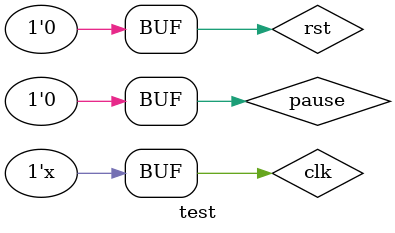
<source format=v>
module test;

	// Inputs
	reg rst;
	reg pause;
	reg clk;

	// Outputs
	wire [3:0] timesh;
	wire [3:0] timesl;
	wire alarm;
	wire [6:0] display1;
	wire [6:0] display2;

	// Instantiate the Unit Under Test (UUT)
	basketball_24s uut (
		.rst(rst), 
		.pause(pause), 
		.clk(clk), 
		.timesh(timesh), 
		.timesl(timesl), 
		.alarm(alarm), 
		.display1(display1), 
		.display2(display2)
	);
	
	always #1 clk = ~clk;

	initial begin
		// Initialize Inputs
		rst = 0;
		pause = 0;
		clk = 0;

		// Wait 100 ns for global reset to finish
		#100;
        
		// Add stimulus here
			clk = 0; rst = 0; pause = 1;
			#20 rst = 1;
			#50 pause = 0;
			#20 rst = 0;

	end   
endmodule

</source>
